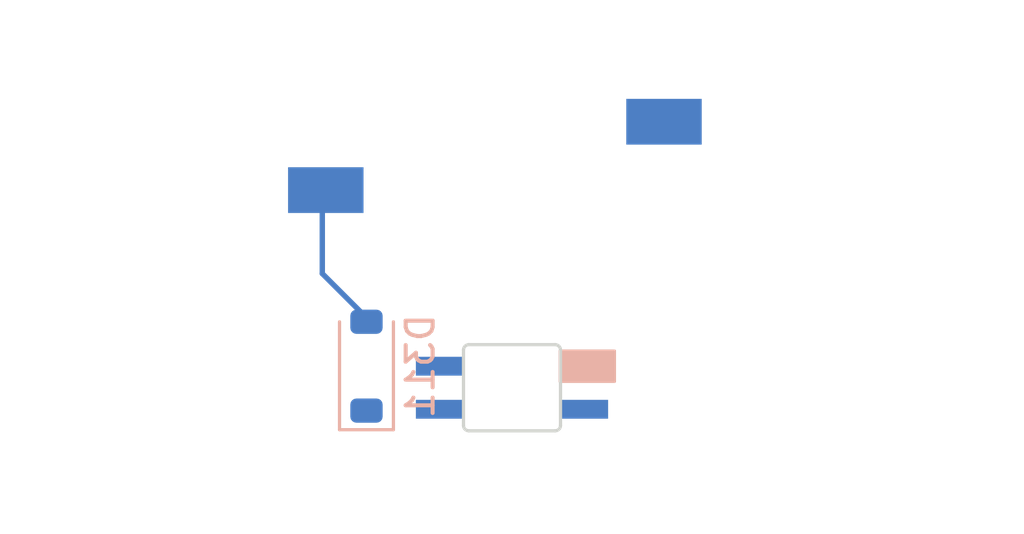
<source format=kicad_pcb>
(kicad_pcb (version 20240108) (generator "pcbnew") (generator_version "8.0")
  (layers (0 "F.Cu" signal) (31 "B.Cu" signal) (34 "B.Paste" user) (35 "F.Paste" user) (36 "B.SilkS" user "B.Silkscreen") (37 "F.SilkS" user "F.Silkscreen") (38 "B.Mask" user) (39 "F.Mask" user) (44 "Edge.Cuts" user))
  (net 0 "")
  (net 1 "/switch_col")
  (net 2 "/switch_row")
  (net 3 "/RGB_R")
  (net 4 "/RGB_B")
  (net 5 "/RGB_G")
  (net 6 "/RGB_V")
  (footprint "vladkvit_keyb:MX_RGB" (layer "F.Cu") (at 30 30 180)
    (property "Reference" "D31" (hide yes))
    (property "Value" "LED_ARGB" (hide yes))
    (fp_poly (pts (xy -1.778 -4.572) (xy -3.81 -4.572) (xy -3.81 -3.429) (xy -1.778 -3.429)) (stroke (width 0.1)) (fill solid) (layer "B.SilkS"))
    (fp_line (start 1.8 -3.4) (end 1.8 -6.2) (stroke (width 0.12)) (layer "Edge.Cuts"))
    (fp_line (start 1.6 -3.2) (end -1.6 -3.2) (stroke (width 0.12)) (layer "Edge.Cuts"))
    (fp_line (start 1.6 -6.4) (end -1.6 -6.4) (stroke (width 0.12)) (layer "Edge.Cuts"))
    (fp_line (start -1.8 -3.4) (end -1.8 -6.2) (stroke (width 0.12)) (layer "Edge.Cuts"))
    (fp_arc (start 1.8 -3.4) (mid 1.741421 -3.258579) (end 1.6 -3.2) (stroke (width 0.12)) (layer "Edge.Cuts"))
    (fp_arc (start 1.6 -6.4) (mid 1.741421 -6.341421) (end 1.8 -6.2) (stroke (width 0.12)) (layer "Edge.Cuts"))
    (fp_arc (start -1.6 -3.2) (mid -1.741421 -3.258579) (end -1.8 -3.4) (stroke (width 0.12)) (layer "Edge.Cuts"))
    (fp_arc (start -1.8 -6.2) (mid -1.741421 -6.341421) (end -1.6 -6.4) (stroke (width 0.12)) (layer "Edge.Cuts"))
    (pad "1" smd rect (at -2.667 -4) (size 1.8 0.7) (layers "B.Cu" "B.Paste" "B.Mask") (net 6 "/RGB_V"))
    (pad "2" smd rect (at 2.667 -4) (size 1.8 0.7) (layers "B.Cu" "B.Paste" "B.Mask") (net 3 "/RGB_R"))
    (pad "3" smd rect (at 2.667 -5.6) (size 1.8 0.7) (layers "B.Cu" "B.Paste" "B.Mask") (net 5 "/RGB_G"))
    (pad "4" smd rect (at -2.667 -5.6) (size 1.8 0.7) (layers "B.Cu" "B.Paste" "B.Mask") (net 4 "/RGB_B"))
  )
  (footprint "vladkvit_keyb:MX_switch_hotswap_200" (layer "F.Cu") (at 30 30)
    (property "Reference" "K31" (hide yes))
    (property "Value" "KEYSW" (hide yes))
    (pad "" np_thru_hole circle (at -11.938 -6.985) (size 3.048 3.048) (drill 3.048) (layers "*.Cu"))
    (pad "" np_thru_hole circle (at -11.938 8.255) (size 3.9878 3.9878) (drill 3.9878) (layers "*.Cu"))
    (pad "" np_thru_hole circle (at -5.08 0) (size 1.8 1.8) (drill 1.8) (layers "*.Cu" "*.Mask"))
    (pad "" np_thru_hole circle (at -3.81 -2.54) (size 3 3) (drill 3) (layers "*.Cu" "*.Mask"))
    (pad "" np_thru_hole circle (at 0 0 90) (size 3.9878 3.9878) (drill 3.9878) (layers "*.Cu" "*.Mask"))
    (pad "" np_thru_hole circle (at 2.54 -5.08) (size 3 3) (drill 3) (layers "*.Cu" "*.Mask"))
    (pad "" np_thru_hole circle (at 5.08 0) (size 1.8 1.8) (drill 1.8) (layers "*.Cu" "*.Mask"))
    (pad "" np_thru_hole circle (at 11.938 -6.985) (size 3.048 3.048) (drill 3.048) (layers "*.Cu"))
    (pad "" np_thru_hole circle (at 11.938 8.255) (size 3.9878 3.9878) (drill 3.9878) (layers "*.Cu"))
    (pad "1" smd rect (at 5.64 -5.08) (size 2.8 1.7) (layers "B.Cu" "B.Paste" "B.Mask") (net 1 "/switch_col"))
    (pad "2" smd rect (at -6.91 -2.54) (size 2.8 1.7) (layers "B.Cu" "B.Paste" "B.Mask"))
  )
  (footprint "Diode_SMD:D_SOD-123" (layer "B.Cu") (at 24.6 34 90)
    (property "Reference" "D311" (at 0 2 90) (layer "B.SilkS") (effects (justify mirror)))
    (property "Value" "D")
    (fp_line (start 1.65 -1) (end -2.36 -1) (stroke (width 0.12)) (layer "B.SilkS"))
    (fp_line (start -2.36 -1) (end -2.36 1) (stroke (width 0.12)) (layer "B.SilkS"))
    (fp_line (start 1.65 1) (end -2.36 1) (stroke (width 0.12)) (layer "B.SilkS"))
    (pad "1" smd roundrect (at -1.65 0 90) (size 0.9 1.2) (layers "B.Cu" "B.Paste" "B.Mask") (net 2 "/switch_row"))
    (pad "2" smd roundrect (at 1.65 0 90) (size 0.9 1.2) (layers "B.Cu" "B.Paste" "B.Mask"))
  )
  (segment (start 22.960482 30.560482) (end 24.639518 32.239518) (width 0.2) (layer "B.Cu") (net 0))
  (segment (start 22.960482 27.714874) (end 22.960482 30.560482) (width 0.2) (layer "B.Cu") (net 0))
)
</source>
